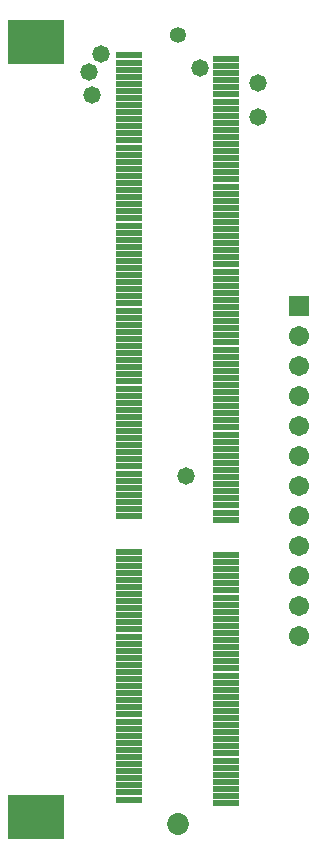
<source format=gbr>
%TF.GenerationSoftware,Altium Limited,Altium Designer,20.1.14 (287)*%
G04 Layer_Color=8388736*
%FSLAX26Y26*%
%MOIN*%
%TF.SameCoordinates,6A0BC998-17C7-4340-AACC-798D36D37454*%
%TF.FilePolarity,Negative*%
%TF.FileFunction,Soldermask,Top*%
%TF.Part,Single*%
G01*
G75*
%TA.AperFunction,ComponentPad*%
%ADD19C,0.053276*%
%ADD20C,0.072961*%
%ADD21C,0.067055*%
%ADD22R,0.067055X0.067055*%
%TA.AperFunction,ViaPad*%
%ADD23C,0.058000*%
%TA.AperFunction,ConnectorPad*%
%ADD26R,0.189102X0.145795*%
%ADD27R,0.086740X0.023748*%
D19*
X1896417Y4869449D02*
D03*
D20*
Y2239528D02*
D03*
D21*
X2300000Y2865000D02*
D03*
Y2965000D02*
D03*
Y3065000D02*
D03*
Y3165000D02*
D03*
Y3265000D02*
D03*
Y3365000D02*
D03*
Y3465000D02*
D03*
Y3565000D02*
D03*
Y3665000D02*
D03*
Y3765000D02*
D03*
Y3865000D02*
D03*
D22*
Y3965000D02*
D03*
D23*
X1601654Y4746654D02*
D03*
X1610000Y4670228D02*
D03*
X1925000Y3400000D02*
D03*
X1640000Y4805000D02*
D03*
X2165000Y4595000D02*
D03*
X1970000Y4760000D02*
D03*
X2165000Y4710000D02*
D03*
D26*
X1423976Y4845827D02*
D03*
Y2263150D02*
D03*
D27*
X2057835Y4788740D02*
D03*
X1735000Y4800551D02*
D03*
Y4776929D02*
D03*
Y4753307D02*
D03*
Y4729685D02*
D03*
Y4706063D02*
D03*
Y4682441D02*
D03*
Y4658819D02*
D03*
Y4635197D02*
D03*
Y4611575D02*
D03*
Y4587953D02*
D03*
Y4564331D02*
D03*
Y4540709D02*
D03*
Y4517087D02*
D03*
Y4493465D02*
D03*
Y4469842D02*
D03*
Y4446221D02*
D03*
Y4422598D02*
D03*
Y4398976D02*
D03*
Y4375354D02*
D03*
Y4351732D02*
D03*
Y4328110D02*
D03*
Y4304488D02*
D03*
Y4280866D02*
D03*
Y4257244D02*
D03*
Y4233622D02*
D03*
Y4210000D02*
D03*
Y4186378D02*
D03*
Y4162756D02*
D03*
Y4139134D02*
D03*
Y4115512D02*
D03*
Y4091890D02*
D03*
Y4068268D02*
D03*
Y4044646D02*
D03*
Y4021024D02*
D03*
Y3997402D02*
D03*
Y3973780D02*
D03*
Y3950157D02*
D03*
Y3926535D02*
D03*
Y3902913D02*
D03*
Y3879291D02*
D03*
Y3855669D02*
D03*
Y3832047D02*
D03*
Y3808425D02*
D03*
Y3761181D02*
D03*
Y3784803D02*
D03*
Y3737559D02*
D03*
Y3713937D02*
D03*
Y3690315D02*
D03*
Y3666693D02*
D03*
Y3643071D02*
D03*
Y3619449D02*
D03*
Y3595827D02*
D03*
Y3572205D02*
D03*
Y3548583D02*
D03*
Y3524961D02*
D03*
Y3501339D02*
D03*
Y3477717D02*
D03*
Y3454095D02*
D03*
Y3430472D02*
D03*
Y3406850D02*
D03*
Y3383228D02*
D03*
Y3359606D02*
D03*
Y3335984D02*
D03*
Y3312362D02*
D03*
Y3288740D02*
D03*
Y3265118D02*
D03*
Y3147008D02*
D03*
Y3123386D02*
D03*
Y3099764D02*
D03*
Y3076142D02*
D03*
Y3052520D02*
D03*
Y3028898D02*
D03*
Y3005276D02*
D03*
Y2981654D02*
D03*
Y2958032D02*
D03*
Y2934410D02*
D03*
Y2910787D02*
D03*
Y2887165D02*
D03*
Y2863543D02*
D03*
Y2839921D02*
D03*
Y2816299D02*
D03*
Y2792677D02*
D03*
Y2769055D02*
D03*
Y2745433D02*
D03*
Y2721811D02*
D03*
Y2698189D02*
D03*
Y2674567D02*
D03*
Y2650945D02*
D03*
Y2627323D02*
D03*
Y2603701D02*
D03*
Y2580079D02*
D03*
Y2556457D02*
D03*
Y2532835D02*
D03*
Y2509213D02*
D03*
Y2485591D02*
D03*
Y2461968D02*
D03*
Y2438347D02*
D03*
Y2414724D02*
D03*
Y2391102D02*
D03*
Y2367480D02*
D03*
Y2320236D02*
D03*
Y2343858D02*
D03*
X2057835Y4765118D02*
D03*
Y4741496D02*
D03*
Y4717874D02*
D03*
Y4694252D02*
D03*
Y4670630D02*
D03*
Y4647008D02*
D03*
Y4623386D02*
D03*
Y4599764D02*
D03*
Y4576142D02*
D03*
Y4552520D02*
D03*
Y4528898D02*
D03*
Y4505276D02*
D03*
Y4481654D02*
D03*
Y4458032D02*
D03*
Y4434409D02*
D03*
Y4410787D02*
D03*
Y4387165D02*
D03*
Y4363543D02*
D03*
Y4339921D02*
D03*
Y4316299D02*
D03*
Y4292677D02*
D03*
Y4269055D02*
D03*
Y4245433D02*
D03*
Y4221811D02*
D03*
Y4198189D02*
D03*
Y4174567D02*
D03*
Y4150945D02*
D03*
Y4127323D02*
D03*
Y4103701D02*
D03*
Y4080079D02*
D03*
Y4056457D02*
D03*
Y4032835D02*
D03*
Y4009213D02*
D03*
Y3985591D02*
D03*
Y3961968D02*
D03*
Y3938347D02*
D03*
Y3914724D02*
D03*
Y3891102D02*
D03*
Y3867480D02*
D03*
Y3843858D02*
D03*
Y3820236D02*
D03*
Y3796614D02*
D03*
Y3749370D02*
D03*
Y3772992D02*
D03*
Y3725748D02*
D03*
Y3702126D02*
D03*
Y3678504D02*
D03*
Y3654882D02*
D03*
Y3631260D02*
D03*
Y3607638D02*
D03*
Y3584016D02*
D03*
Y3560394D02*
D03*
Y3536772D02*
D03*
Y3513150D02*
D03*
Y3489528D02*
D03*
Y3465905D02*
D03*
Y3442284D02*
D03*
Y3418661D02*
D03*
Y3395039D02*
D03*
Y3371417D02*
D03*
Y3347795D02*
D03*
Y3324173D02*
D03*
Y3300551D02*
D03*
Y3276929D02*
D03*
Y3253307D02*
D03*
Y3135197D02*
D03*
Y3111575D02*
D03*
Y3087953D02*
D03*
Y3064331D02*
D03*
Y3040709D02*
D03*
Y3017087D02*
D03*
Y2993465D02*
D03*
Y2969843D02*
D03*
Y2946220D02*
D03*
Y2922598D02*
D03*
Y2898976D02*
D03*
Y2875354D02*
D03*
Y2851732D02*
D03*
Y2828110D02*
D03*
Y2804488D02*
D03*
Y2780866D02*
D03*
Y2757244D02*
D03*
Y2733622D02*
D03*
Y2710000D02*
D03*
Y2686378D02*
D03*
Y2662756D02*
D03*
Y2639134D02*
D03*
Y2615512D02*
D03*
Y2591890D02*
D03*
Y2568268D02*
D03*
Y2544646D02*
D03*
Y2521024D02*
D03*
Y2497402D02*
D03*
Y2473780D02*
D03*
Y2450157D02*
D03*
Y2426535D02*
D03*
Y2402913D02*
D03*
Y2379291D02*
D03*
Y2355669D02*
D03*
Y2308425D02*
D03*
Y2332047D02*
D03*
%TF.MD5,365bfbeb446828e290d6ff55d082400b*%
M02*

</source>
